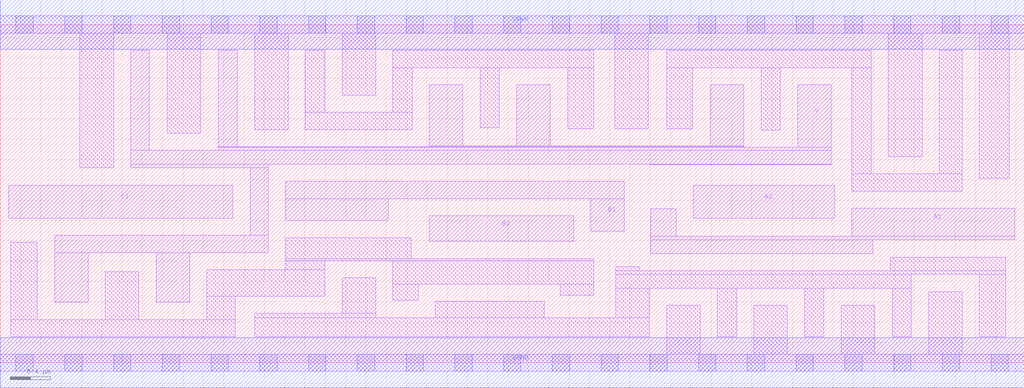
<source format=lef>
# Copyright 2020 The SkyWater PDK Authors
#
# Licensed under the Apache License, Version 2.0 (the "License");
# you may not use this file except in compliance with the License.
# You may obtain a copy of the License at
#
#     https://www.apache.org/licenses/LICENSE-2.0
#
# Unless required by applicable law or agreed to in writing, software
# distributed under the License is distributed on an "AS IS" BASIS,
# WITHOUT WARRANTIES OR CONDITIONS OF ANY KIND, either express or implied.
# See the License for the specific language governing permissions and
# limitations under the License.
#
# SPDX-License-Identifier: Apache-2.0

VERSION 5.7 ;
  NAMESCASESENSITIVE ON ;
  NOWIREEXTENSIONATPIN ON ;
  DIVIDERCHAR "/" ;
  BUSBITCHARS "[]" ;
UNITS
  DATABASE MICRONS 200 ;
END UNITS
MACRO sky130_fd_sc_lp__o221ai_4
  CLASS CORE ;
  FOREIGN sky130_fd_sc_lp__o221ai_4 ;
  ORIGIN  0.000000  0.000000 ;
  SIZE  10.08000 BY  3.330000 ;
  SYMMETRY X Y R90 ;
  SITE unit ;
  PIN A1
    ANTENNAGATEAREA  1.260000 ;
    DIRECTION INPUT ;
    USE SIGNAL ;
    PORT
      LAYER li1 ;
        RECT 6.405000 1.075000 8.590000 1.210000 ;
        RECT 6.405000 1.210000 9.990000 1.245000 ;
        RECT 6.405000 1.245000 6.655000 1.515000 ;
        RECT 8.385000 1.245000 9.990000 1.520000 ;
    END
  END A1
  PIN A2
    ANTENNAGATEAREA  1.260000 ;
    DIRECTION INPUT ;
    USE SIGNAL ;
    PORT
      LAYER li1 ;
        RECT 6.825000 1.425000 8.215000 1.750000 ;
    END
  END A2
  PIN B1
    ANTENNAGATEAREA  1.260000 ;
    DIRECTION INPUT ;
    USE SIGNAL ;
    PORT
      LAYER li1 ;
        RECT 2.810000 1.400000 3.820000 1.615000 ;
        RECT 2.810000 1.615000 6.145000 1.785000 ;
        RECT 5.815000 1.295000 6.145000 1.615000 ;
    END
  END B1
  PIN B2
    ANTENNAGATEAREA  1.260000 ;
    DIRECTION INPUT ;
    USE SIGNAL ;
    PORT
      LAYER li1 ;
        RECT 4.225000 1.195000 5.645000 1.445000 ;
    END
  END B2
  PIN C1
    ANTENNAGATEAREA  1.260000 ;
    DIRECTION INPUT ;
    USE SIGNAL ;
    PORT
      LAYER li1 ;
        RECT 0.085000 1.425000 2.290000 1.750000 ;
    END
  END C1
  PIN Y
    ANTENNADIFFAREA  2.654400 ;
    DIRECTION OUTPUT ;
    USE SIGNAL ;
    PORT
      LAYER li1 ;
        RECT 0.535000 0.595000 0.865000 1.085000 ;
        RECT 0.535000 1.085000 2.640000 1.255000 ;
        RECT 1.285000 1.920000 2.640000 1.955000 ;
        RECT 1.285000 1.955000 8.180000 2.090000 ;
        RECT 1.285000 2.090000 1.465000 3.075000 ;
        RECT 1.535000 0.595000 1.865000 1.085000 ;
        RECT 2.145000 2.090000 8.180000 2.120000 ;
        RECT 2.145000 2.120000 7.320000 2.125000 ;
        RECT 2.145000 2.125000 2.335000 3.075000 ;
        RECT 2.460000 1.255000 2.640000 1.920000 ;
        RECT 4.225000 2.125000 7.320000 2.135000 ;
        RECT 4.225000 2.135000 4.555000 2.735000 ;
        RECT 5.085000 2.135000 5.415000 2.735000 ;
        RECT 6.395000 1.950000 8.180000 1.955000 ;
        RECT 6.990000 2.135000 7.320000 2.735000 ;
        RECT 7.850000 2.120000 8.180000 2.735000 ;
    END
  END Y
  PIN VGND
    DIRECTION INOUT ;
    USE GROUND ;
    PORT
      LAYER met1 ;
        RECT 0.000000 -0.245000 10.080000 0.245000 ;
    END
  END VGND
  PIN VPWR
    DIRECTION INOUT ;
    USE POWER ;
    PORT
      LAYER met1 ;
        RECT 0.000000 3.085000 10.080000 3.575000 ;
    END
  END VPWR
  OBS
    LAYER li1 ;
      RECT 0.000000 -0.085000 10.080000 0.085000 ;
      RECT 0.000000  3.245000 10.080000 3.415000 ;
      RECT 0.105000  0.255000  2.315000 0.425000 ;
      RECT 0.105000  0.425000  0.365000 1.185000 ;
      RECT 0.785000  1.920000  1.115000 3.245000 ;
      RECT 1.035000  0.425000  1.365000 0.895000 ;
      RECT 1.645000  2.260000  1.975000 3.245000 ;
      RECT 2.035000  0.425000  2.315000 0.655000 ;
      RECT 2.035000  0.655000  3.195000 0.915000 ;
      RECT 2.505000  0.255000  6.390000 0.445000 ;
      RECT 2.505000  0.445000  3.695000 0.485000 ;
      RECT 2.505000  2.295000  2.835000 3.245000 ;
      RECT 2.810000  0.915000  3.195000 1.005000 ;
      RECT 2.810000  1.005000  5.845000 1.025000 ;
      RECT 2.810000  1.025000  4.045000 1.230000 ;
      RECT 3.005000  2.295000  4.055000 2.465000 ;
      RECT 3.005000  2.465000  3.195000 3.075000 ;
      RECT 3.365000  0.485000  3.695000 0.835000 ;
      RECT 3.365000  2.635000  3.695000 3.245000 ;
      RECT 3.865000  0.615000  4.115000 0.775000 ;
      RECT 3.865000  0.775000  5.845000 1.005000 ;
      RECT 3.865000  2.465000  4.055000 2.905000 ;
      RECT 3.865000  2.905000  5.845000 3.075000 ;
      RECT 4.285000  0.445000  5.355000 0.605000 ;
      RECT 4.725000  2.315000  4.915000 2.905000 ;
      RECT 5.515000  0.665000  5.845000 0.775000 ;
      RECT 5.585000  2.305000  5.845000 2.905000 ;
      RECT 6.050000  2.305000  6.380000 3.245000 ;
      RECT 6.060000  0.445000  6.390000 0.735000 ;
      RECT 6.060000  0.735000  8.970000 0.870000 ;
      RECT 6.060000  0.870000  9.900000 0.905000 ;
      RECT 6.060000  0.905000  6.290000 0.945000 ;
      RECT 6.560000  0.085000  6.890000 0.565000 ;
      RECT 6.560000  2.305000  6.820000 2.905000 ;
      RECT 6.560000  2.905000  8.575000 3.075000 ;
      RECT 7.060000  0.255000  7.250000 0.735000 ;
      RECT 7.420000  0.085000  7.750000 0.565000 ;
      RECT 7.490000  2.290000  7.680000 2.905000 ;
      RECT 7.920000  0.255000  8.110000 0.735000 ;
      RECT 8.280000  0.085000  8.610000 0.565000 ;
      RECT 8.385000  1.690000  9.470000 1.860000 ;
      RECT 8.385000  1.860000  8.575000 2.905000 ;
      RECT 8.745000  2.030000  9.075000 3.245000 ;
      RECT 8.760000  0.905000  9.900000 1.040000 ;
      RECT 8.780000  0.255000  8.970000 0.735000 ;
      RECT 9.140000  0.085000  9.470000 0.700000 ;
      RECT 9.245000  1.860000  9.470000 3.075000 ;
      RECT 9.640000  0.255000  9.900000 0.870000 ;
      RECT 9.640000  1.815000  9.935000 3.245000 ;
    LAYER mcon ;
      RECT 0.155000 -0.085000 0.325000 0.085000 ;
      RECT 0.155000  3.245000 0.325000 3.415000 ;
      RECT 0.635000 -0.085000 0.805000 0.085000 ;
      RECT 0.635000  3.245000 0.805000 3.415000 ;
      RECT 1.115000 -0.085000 1.285000 0.085000 ;
      RECT 1.115000  3.245000 1.285000 3.415000 ;
      RECT 1.595000 -0.085000 1.765000 0.085000 ;
      RECT 1.595000  3.245000 1.765000 3.415000 ;
      RECT 2.075000 -0.085000 2.245000 0.085000 ;
      RECT 2.075000  3.245000 2.245000 3.415000 ;
      RECT 2.555000 -0.085000 2.725000 0.085000 ;
      RECT 2.555000  3.245000 2.725000 3.415000 ;
      RECT 3.035000 -0.085000 3.205000 0.085000 ;
      RECT 3.035000  3.245000 3.205000 3.415000 ;
      RECT 3.515000 -0.085000 3.685000 0.085000 ;
      RECT 3.515000  3.245000 3.685000 3.415000 ;
      RECT 3.995000 -0.085000 4.165000 0.085000 ;
      RECT 3.995000  3.245000 4.165000 3.415000 ;
      RECT 4.475000 -0.085000 4.645000 0.085000 ;
      RECT 4.475000  3.245000 4.645000 3.415000 ;
      RECT 4.955000 -0.085000 5.125000 0.085000 ;
      RECT 4.955000  3.245000 5.125000 3.415000 ;
      RECT 5.435000 -0.085000 5.605000 0.085000 ;
      RECT 5.435000  3.245000 5.605000 3.415000 ;
      RECT 5.915000 -0.085000 6.085000 0.085000 ;
      RECT 5.915000  3.245000 6.085000 3.415000 ;
      RECT 6.395000 -0.085000 6.565000 0.085000 ;
      RECT 6.395000  3.245000 6.565000 3.415000 ;
      RECT 6.875000 -0.085000 7.045000 0.085000 ;
      RECT 6.875000  3.245000 7.045000 3.415000 ;
      RECT 7.355000 -0.085000 7.525000 0.085000 ;
      RECT 7.355000  3.245000 7.525000 3.415000 ;
      RECT 7.835000 -0.085000 8.005000 0.085000 ;
      RECT 7.835000  3.245000 8.005000 3.415000 ;
      RECT 8.315000 -0.085000 8.485000 0.085000 ;
      RECT 8.315000  3.245000 8.485000 3.415000 ;
      RECT 8.795000 -0.085000 8.965000 0.085000 ;
      RECT 8.795000  3.245000 8.965000 3.415000 ;
      RECT 9.275000 -0.085000 9.445000 0.085000 ;
      RECT 9.275000  3.245000 9.445000 3.415000 ;
      RECT 9.755000 -0.085000 9.925000 0.085000 ;
      RECT 9.755000  3.245000 9.925000 3.415000 ;
  END
END sky130_fd_sc_lp__o221ai_4
END LIBRARY

</source>
